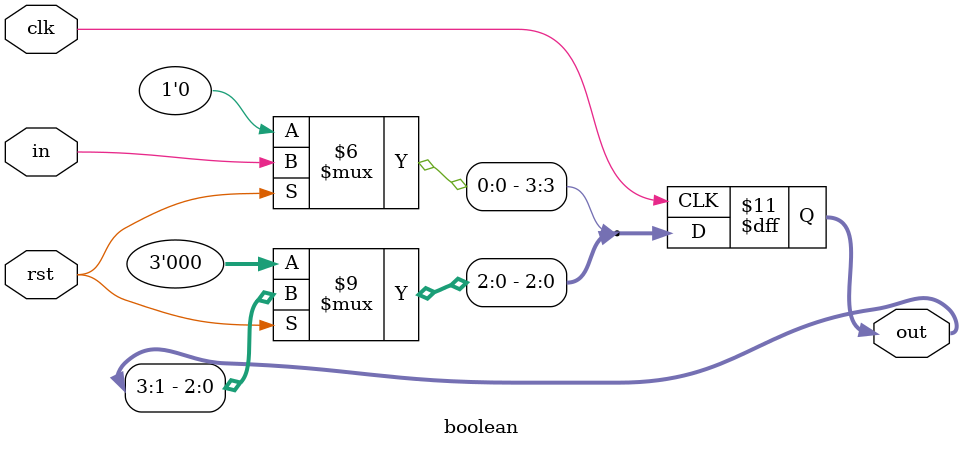
<source format=v>
`timescale 1ns / 1ps

module boolean(
    input clk, rst, in,
    output reg [3:0] out
);
    // ÃÊ±â »óÅÂ
    initial out = 4'b0000;
    
    // »ó½Â ¿§Áö¿¡¼­ µ¿ÀÛ
always @(posedge clk) begin
    if (!rst) begin
        out <= 4'b0000; // ¸®¼Â ½Ã Ãâ·Â ÃÊ±âÈ­
    end else begin
        out = out >> 1;
        out[3] = in;
    end
end

endmodule
</source>
